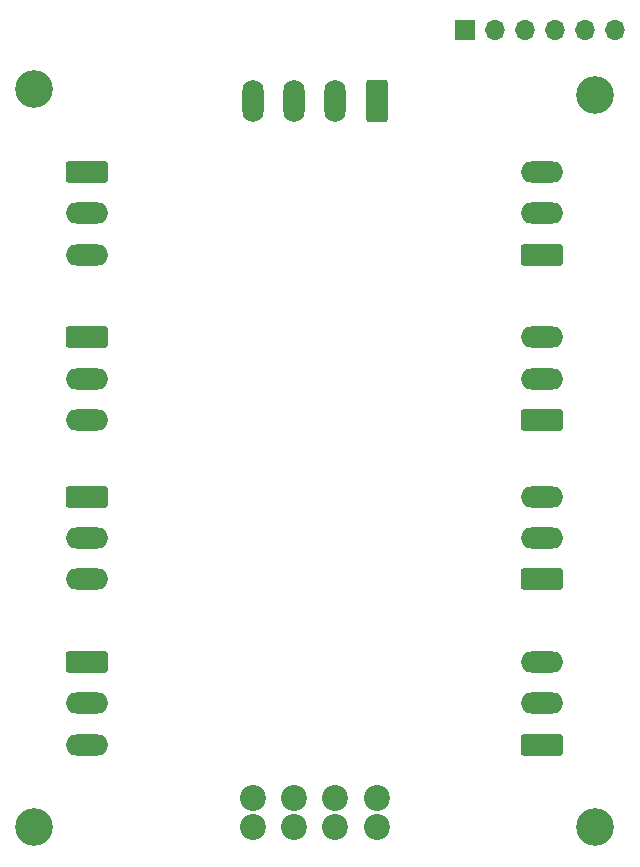
<source format=gbr>
%TF.GenerationSoftware,KiCad,Pcbnew,8.0.2*%
%TF.CreationDate,2024-10-12T15:49:16+02:00*%
%TF.ProjectId,OS-RelayDecoder-4,4f532d52-656c-4617-9944-65636f646572,rev?*%
%TF.SameCoordinates,Original*%
%TF.FileFunction,Soldermask,Bot*%
%TF.FilePolarity,Negative*%
%FSLAX46Y46*%
G04 Gerber Fmt 4.6, Leading zero omitted, Abs format (unit mm)*
G04 Created by KiCad (PCBNEW 8.0.2) date 2024-10-12 15:49:16*
%MOMM*%
%LPD*%
G01*
G04 APERTURE LIST*
G04 Aperture macros list*
%AMRoundRect*
0 Rectangle with rounded corners*
0 $1 Rounding radius*
0 $2 $3 $4 $5 $6 $7 $8 $9 X,Y pos of 4 corners*
0 Add a 4 corners polygon primitive as box body*
4,1,4,$2,$3,$4,$5,$6,$7,$8,$9,$2,$3,0*
0 Add four circle primitives for the rounded corners*
1,1,$1+$1,$2,$3*
1,1,$1+$1,$4,$5*
1,1,$1+$1,$6,$7*
1,1,$1+$1,$8,$9*
0 Add four rect primitives between the rounded corners*
20,1,$1+$1,$2,$3,$4,$5,0*
20,1,$1+$1,$4,$5,$6,$7,0*
20,1,$1+$1,$6,$7,$8,$9,0*
20,1,$1+$1,$8,$9,$2,$3,0*%
G04 Aperture macros list end*
%ADD10RoundRect,0.250000X1.550000X-0.650000X1.550000X0.650000X-1.550000X0.650000X-1.550000X-0.650000X0*%
%ADD11O,3.600000X1.800000*%
%ADD12C,3.200000*%
%ADD13RoundRect,0.250000X-1.550000X0.650000X-1.550000X-0.650000X1.550000X-0.650000X1.550000X0.650000X0*%
%ADD14C,2.200000*%
%ADD15R,1.700000X1.700000*%
%ADD16O,1.700000X1.700000*%
%ADD17RoundRect,0.250000X0.650000X1.550000X-0.650000X1.550000X-0.650000X-1.550000X0.650000X-1.550000X0*%
%ADD18O,1.800000X3.600000*%
G04 APERTURE END LIST*
D10*
%TO.C,J301*%
X74000000Y-113500000D03*
D11*
X74000000Y-110000000D03*
X74000000Y-106500000D03*
%TD*%
D12*
%TO.C,H103*%
X78500000Y-134500000D03*
%TD*%
D10*
%TO.C,J302*%
X74000000Y-127500000D03*
D11*
X74000000Y-124000000D03*
X74000000Y-120500000D03*
%TD*%
D13*
%TO.C,J501*%
X35500000Y-120500000D03*
D11*
X35500000Y-124000000D03*
X35500000Y-127500000D03*
%TD*%
D14*
%TO.C,J702*%
X60000000Y-132000000D03*
X60000000Y-134500000D03*
X56500000Y-132000000D03*
X56500000Y-134500000D03*
X53000000Y-132000000D03*
X53000000Y-134500000D03*
X49500000Y-132000000D03*
X49500000Y-134500000D03*
%TD*%
D15*
%TO.C,J202*%
X67460000Y-67000000D03*
D16*
X70000000Y-67000000D03*
X72540000Y-67000000D03*
X75080000Y-67000000D03*
X77620000Y-67000000D03*
X80160000Y-67000000D03*
%TD*%
D10*
%TO.C,J401*%
X74000000Y-86000000D03*
D11*
X74000000Y-82500000D03*
X74000000Y-79000000D03*
%TD*%
D17*
%TO.C,J701*%
X60000000Y-73036500D03*
D18*
X56500000Y-73036500D03*
X53000000Y-73036500D03*
X49500000Y-73036500D03*
%TD*%
D12*
%TO.C,H102*%
X78500000Y-72500000D03*
%TD*%
D13*
%TO.C,J502*%
X35500000Y-106500000D03*
D11*
X35500000Y-110000000D03*
X35500000Y-113500000D03*
%TD*%
D12*
%TO.C,H101*%
X31000000Y-72000000D03*
%TD*%
%TO.C,H104*%
X31000000Y-134500000D03*
%TD*%
D13*
%TO.C,J203*%
X35500000Y-79000000D03*
D11*
X35500000Y-82500000D03*
X35500000Y-86000000D03*
%TD*%
D10*
%TO.C,J402*%
X74000000Y-100000000D03*
D11*
X74000000Y-96500000D03*
X74000000Y-93000000D03*
%TD*%
D13*
%TO.C,J201*%
X35500000Y-93000000D03*
D11*
X35500000Y-96500000D03*
X35500000Y-100000000D03*
%TD*%
M02*

</source>
